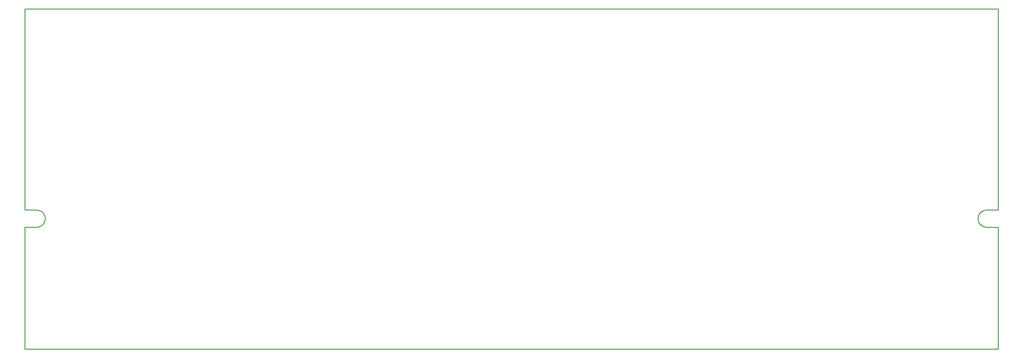
<source format=gm1>
G04*
G04 #@! TF.GenerationSoftware,Altium Limited,Altium Designer,21.2.1 (34)*
G04*
G04 Layer_Color=16711935*
%FSLAX25Y25*%
%MOIN*%
G70*
G04*
G04 #@! TF.SameCoordinates,E791EE2E-FBA0-4324-A9C2-BCC3054153F0*
G04*
G04*
G04 #@! TF.FilePolarity,Positive*
G04*
G01*
G75*
%ADD10C,0.01000*%
D10*
X-1Y392800D02*
X1123519D01*
X-1Y160487D02*
Y392800D01*
X1123519Y-0D02*
Y140804D01*
X-1Y-0D02*
X1123519D01*
X-1D02*
Y140804D01*
X1123519Y160487D02*
Y392800D01*
X1109744Y140804D02*
X1123519D01*
X1106700Y141281D02*
X1109744Y140804D01*
X1103960Y142681D02*
X1106700Y141281D01*
X1101779Y144862D02*
X1103960Y142681D01*
X1100385Y147602D02*
X1101779Y144862D01*
X1099897Y150645D02*
X1100385Y147602D01*
X1099897Y150645D02*
X1100385Y153689D01*
X1101779Y156434D01*
X1103960Y158610D01*
X1106700Y160005D01*
X1109738Y160487D01*
X1123519D01*
X-1D02*
X13780D01*
X16818Y160005D01*
X19558Y158610D01*
X21739Y156434D01*
X23133Y153689D01*
X23621Y150645D01*
X23133Y147602D02*
X23621Y150645D01*
X21739Y144862D02*
X23133Y147602D01*
X19558Y142681D02*
X21739Y144862D01*
X16818Y141281D02*
X19558Y142681D01*
X13774Y140804D02*
X16818Y141281D01*
X-1Y140804D02*
X13774D01*
M02*

</source>
